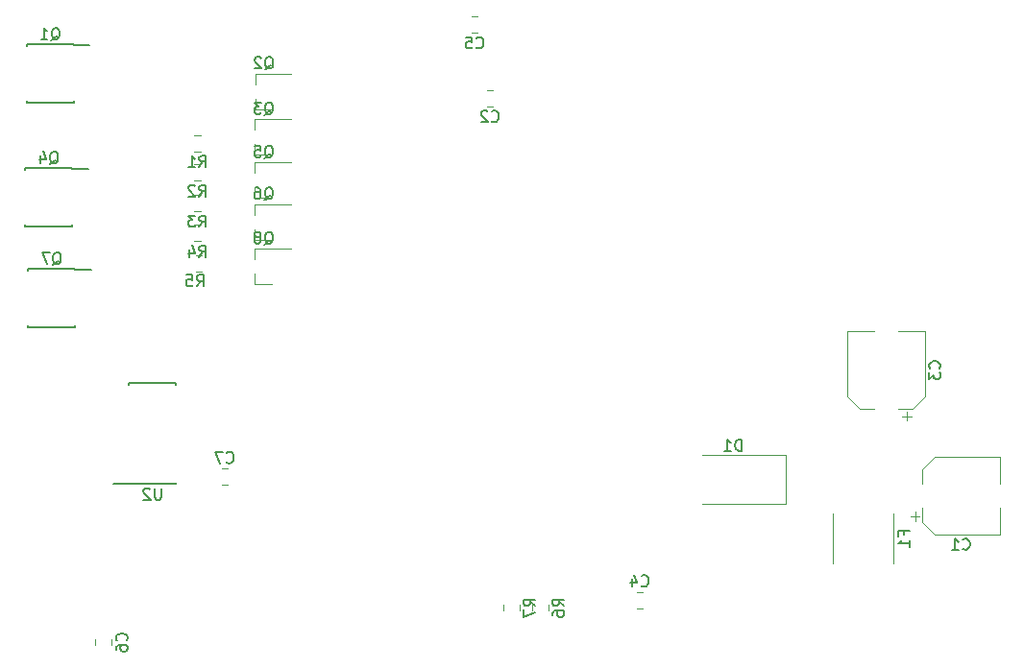
<source format=gbr>
G04 #@! TF.GenerationSoftware,KiCad,Pcbnew,(5.0.1)-3*
G04 #@! TF.CreationDate,2018-11-29T18:52:30+01:00*
G04 #@! TF.ProjectId,Board,426F6172642E6B696361645F70636200,rev?*
G04 #@! TF.SameCoordinates,Original*
G04 #@! TF.FileFunction,Legend,Bot*
G04 #@! TF.FilePolarity,Positive*
%FSLAX46Y46*%
G04 Gerber Fmt 4.6, Leading zero omitted, Abs format (unit mm)*
G04 Created by KiCad (PCBNEW (5.0.1)-3) date 11/29/18 18:52:30*
%MOMM*%
%LPD*%
G01*
G04 APERTURE LIST*
%ADD10C,0.120000*%
%ADD11C,0.150000*%
G04 APERTURE END LIST*
D10*
G04 #@! TO.C,Q3*
X110403590Y-57750878D02*
X111863590Y-57750878D01*
X110403590Y-54590878D02*
X113563590Y-54590878D01*
X110403590Y-54590878D02*
X110403590Y-55520878D01*
X110403590Y-57750878D02*
X110403590Y-56820878D01*
G04 #@! TO.C,Q2*
X110427590Y-53747878D02*
X110427590Y-52817878D01*
X110427590Y-50587878D02*
X110427590Y-51517878D01*
X110427590Y-50587878D02*
X113587590Y-50587878D01*
X110427590Y-53747878D02*
X111887590Y-53747878D01*
G04 #@! TO.C,Q5*
X110403590Y-61560878D02*
X111863590Y-61560878D01*
X110403590Y-58400878D02*
X113563590Y-58400878D01*
X110403590Y-58400878D02*
X110403590Y-59330878D01*
X110403590Y-61560878D02*
X110403590Y-60630878D01*
G04 #@! TO.C,Q6*
X110403590Y-65243878D02*
X110403590Y-64313878D01*
X110403590Y-62083878D02*
X110403590Y-63013878D01*
X110403590Y-62083878D02*
X113563590Y-62083878D01*
X110403590Y-65243878D02*
X111863590Y-65243878D01*
D11*
G04 #@! TO.C,Q4*
X94315590Y-58979878D02*
X95715590Y-58979878D01*
X94315590Y-64079878D02*
X90165590Y-64079878D01*
X94315590Y-58929878D02*
X90165590Y-58929878D01*
X94315590Y-64079878D02*
X94315590Y-63934878D01*
X90165590Y-64079878D02*
X90165590Y-63934878D01*
X90165590Y-58929878D02*
X90165590Y-59074878D01*
X94315590Y-58929878D02*
X94315590Y-58979878D01*
G04 #@! TO.C,Q1*
X94442590Y-48007878D02*
X94442590Y-48057878D01*
X90292590Y-48007878D02*
X90292590Y-48152878D01*
X90292590Y-53157878D02*
X90292590Y-53012878D01*
X94442590Y-53157878D02*
X94442590Y-53012878D01*
X94442590Y-48007878D02*
X90292590Y-48007878D01*
X94442590Y-53157878D02*
X90292590Y-53157878D01*
X94442590Y-48057878D02*
X95842590Y-48057878D01*
G04 #@! TO.C,Q7*
X94569590Y-67819878D02*
X94569590Y-67869878D01*
X90419590Y-67819878D02*
X90419590Y-67964878D01*
X90419590Y-72969878D02*
X90419590Y-72824878D01*
X94569590Y-72969878D02*
X94569590Y-72824878D01*
X94569590Y-67819878D02*
X90419590Y-67819878D01*
X94569590Y-72969878D02*
X90419590Y-72969878D01*
X94569590Y-67869878D02*
X95969590Y-67869878D01*
D10*
G04 #@! TO.C,Q8*
X110403590Y-69180878D02*
X110403590Y-68250878D01*
X110403590Y-66020878D02*
X110403590Y-66950878D01*
X110403590Y-66020878D02*
X113563590Y-66020878D01*
X110403590Y-69180878D02*
X111863590Y-69180878D01*
G04 #@! TO.C,R7*
X132297590Y-97961130D02*
X132297590Y-97438626D01*
X133717590Y-97961130D02*
X133717590Y-97438626D01*
G04 #@! TO.C,R6*
X136257590Y-97961130D02*
X136257590Y-97438626D01*
X134837590Y-97961130D02*
X134837590Y-97438626D01*
G04 #@! TO.C,D1*
X157165590Y-84246878D02*
X157165590Y-88546878D01*
X157165590Y-88546878D02*
X149865590Y-88546878D01*
X157165590Y-84246878D02*
X149865590Y-84246878D01*
G04 #@! TO.C,F1*
X166665590Y-93807630D02*
X166665590Y-89400126D01*
X161325590Y-93807630D02*
X161325590Y-89400126D01*
G04 #@! TO.C,R2*
X105072548Y-60019000D02*
X105595052Y-60019000D01*
X105072548Y-58599000D02*
X105595052Y-58599000D01*
G04 #@! TO.C,R4*
X105072548Y-63933000D02*
X105595052Y-63933000D01*
X105072548Y-65353000D02*
X105595052Y-65353000D01*
G04 #@! TO.C,C5*
X129494648Y-46963400D02*
X130017152Y-46963400D01*
X129494648Y-45543400D02*
X130017152Y-45543400D01*
G04 #@! TO.C,C4*
X144571842Y-97738000D02*
X144049338Y-97738000D01*
X144571842Y-96318000D02*
X144049338Y-96318000D01*
G04 #@! TO.C,C2*
X130841338Y-53451878D02*
X131363842Y-53451878D01*
X130841338Y-52031878D02*
X131363842Y-52031878D01*
G04 #@! TO.C,R1*
X105072548Y-56008200D02*
X105595052Y-56008200D01*
X105072548Y-57428200D02*
X105595052Y-57428200D01*
G04 #@! TO.C,C7*
X107995842Y-85432878D02*
X107473338Y-85432878D01*
X107995842Y-86852878D02*
X107473338Y-86852878D01*
G04 #@! TO.C,C6*
X96356590Y-101009130D02*
X96356590Y-100486626D01*
X97776590Y-101009130D02*
X97776590Y-100486626D01*
G04 #@! TO.C,R5*
X105187338Y-68056878D02*
X105709842Y-68056878D01*
X105187338Y-66636878D02*
X105709842Y-66636878D01*
G04 #@! TO.C,C1*
X168587840Y-90035128D02*
X168587840Y-89247628D01*
X168194090Y-89641378D02*
X168981590Y-89641378D01*
X169221590Y-85448315D02*
X170286027Y-84383878D01*
X169221590Y-90139441D02*
X170286027Y-91203878D01*
X169221590Y-90139441D02*
X169221590Y-88853878D01*
X169221590Y-85448315D02*
X169221590Y-86733878D01*
X170286027Y-84383878D02*
X176041590Y-84383878D01*
X170286027Y-91203878D02*
X176041590Y-91203878D01*
X176041590Y-91203878D02*
X176041590Y-88853878D01*
X176041590Y-84383878D02*
X176041590Y-86733878D01*
G04 #@! TO.C,R3*
X105072548Y-62711400D02*
X105595052Y-62711400D01*
X105072548Y-61291400D02*
X105595052Y-61291400D01*
D11*
G04 #@! TO.C,U2*
X99309590Y-86782878D02*
X99309590Y-86757878D01*
X103459590Y-86782878D02*
X103459590Y-86667878D01*
X103459590Y-77882878D02*
X103459590Y-77997878D01*
X99309590Y-77882878D02*
X99309590Y-77997878D01*
X99309590Y-86782878D02*
X103459590Y-86782878D01*
X99309590Y-77882878D02*
X103459590Y-77882878D01*
X99309590Y-86757878D02*
X97934590Y-86757878D01*
D10*
G04 #@! TO.C,C3*
X162617590Y-73334878D02*
X164967590Y-73334878D01*
X169437590Y-73334878D02*
X167087590Y-73334878D01*
X169437590Y-79090441D02*
X169437590Y-73334878D01*
X162617590Y-79090441D02*
X162617590Y-73334878D01*
X163682027Y-80154878D02*
X164967590Y-80154878D01*
X168373153Y-80154878D02*
X167087590Y-80154878D01*
X168373153Y-80154878D02*
X169437590Y-79090441D01*
X163682027Y-80154878D02*
X162617590Y-79090441D01*
X167875090Y-81182378D02*
X167875090Y-80394878D01*
X168268840Y-80788628D02*
X167481340Y-80788628D01*
G04 #@! TO.C,Q3*
D11*
X111258828Y-54218497D02*
X111354066Y-54170878D01*
X111449304Y-54075639D01*
X111592161Y-53932782D01*
X111687399Y-53885163D01*
X111782637Y-53885163D01*
X111735018Y-54123258D02*
X111830256Y-54075639D01*
X111925494Y-53980401D01*
X111973113Y-53789925D01*
X111973113Y-53456592D01*
X111925494Y-53266116D01*
X111830256Y-53170878D01*
X111735018Y-53123258D01*
X111544542Y-53123258D01*
X111449304Y-53170878D01*
X111354066Y-53266116D01*
X111306447Y-53456592D01*
X111306447Y-53789925D01*
X111354066Y-53980401D01*
X111449304Y-54075639D01*
X111544542Y-54123258D01*
X111735018Y-54123258D01*
X110973113Y-53123258D02*
X110354066Y-53123258D01*
X110687399Y-53504211D01*
X110544542Y-53504211D01*
X110449304Y-53551830D01*
X110401685Y-53599449D01*
X110354066Y-53694687D01*
X110354066Y-53932782D01*
X110401685Y-54028020D01*
X110449304Y-54075639D01*
X110544542Y-54123258D01*
X110830256Y-54123258D01*
X110925494Y-54075639D01*
X110973113Y-54028020D01*
G04 #@! TO.C,Q2*
X111282828Y-50215497D02*
X111378066Y-50167878D01*
X111473304Y-50072639D01*
X111616161Y-49929782D01*
X111711399Y-49882163D01*
X111806637Y-49882163D01*
X111759018Y-50120258D02*
X111854256Y-50072639D01*
X111949494Y-49977401D01*
X111997113Y-49786925D01*
X111997113Y-49453592D01*
X111949494Y-49263116D01*
X111854256Y-49167878D01*
X111759018Y-49120258D01*
X111568542Y-49120258D01*
X111473304Y-49167878D01*
X111378066Y-49263116D01*
X111330447Y-49453592D01*
X111330447Y-49786925D01*
X111378066Y-49977401D01*
X111473304Y-50072639D01*
X111568542Y-50120258D01*
X111759018Y-50120258D01*
X110949494Y-49215497D02*
X110901875Y-49167878D01*
X110806637Y-49120258D01*
X110568542Y-49120258D01*
X110473304Y-49167878D01*
X110425685Y-49215497D01*
X110378066Y-49310735D01*
X110378066Y-49405973D01*
X110425685Y-49548830D01*
X110997113Y-50120258D01*
X110378066Y-50120258D01*
G04 #@! TO.C,Q5*
X111258828Y-58028497D02*
X111354066Y-57980878D01*
X111449304Y-57885639D01*
X111592161Y-57742782D01*
X111687399Y-57695163D01*
X111782637Y-57695163D01*
X111735018Y-57933258D02*
X111830256Y-57885639D01*
X111925494Y-57790401D01*
X111973113Y-57599925D01*
X111973113Y-57266592D01*
X111925494Y-57076116D01*
X111830256Y-56980878D01*
X111735018Y-56933258D01*
X111544542Y-56933258D01*
X111449304Y-56980878D01*
X111354066Y-57076116D01*
X111306447Y-57266592D01*
X111306447Y-57599925D01*
X111354066Y-57790401D01*
X111449304Y-57885639D01*
X111544542Y-57933258D01*
X111735018Y-57933258D01*
X110401685Y-56933258D02*
X110877875Y-56933258D01*
X110925494Y-57409449D01*
X110877875Y-57361830D01*
X110782637Y-57314211D01*
X110544542Y-57314211D01*
X110449304Y-57361830D01*
X110401685Y-57409449D01*
X110354066Y-57504687D01*
X110354066Y-57742782D01*
X110401685Y-57838020D01*
X110449304Y-57885639D01*
X110544542Y-57933258D01*
X110782637Y-57933258D01*
X110877875Y-57885639D01*
X110925494Y-57838020D01*
G04 #@! TO.C,Q6*
X111258828Y-61711497D02*
X111354066Y-61663878D01*
X111449304Y-61568639D01*
X111592161Y-61425782D01*
X111687399Y-61378163D01*
X111782637Y-61378163D01*
X111735018Y-61616258D02*
X111830256Y-61568639D01*
X111925494Y-61473401D01*
X111973113Y-61282925D01*
X111973113Y-60949592D01*
X111925494Y-60759116D01*
X111830256Y-60663878D01*
X111735018Y-60616258D01*
X111544542Y-60616258D01*
X111449304Y-60663878D01*
X111354066Y-60759116D01*
X111306447Y-60949592D01*
X111306447Y-61282925D01*
X111354066Y-61473401D01*
X111449304Y-61568639D01*
X111544542Y-61616258D01*
X111735018Y-61616258D01*
X110449304Y-60616258D02*
X110639780Y-60616258D01*
X110735018Y-60663878D01*
X110782637Y-60711497D01*
X110877875Y-60854354D01*
X110925494Y-61044830D01*
X110925494Y-61425782D01*
X110877875Y-61521020D01*
X110830256Y-61568639D01*
X110735018Y-61616258D01*
X110544542Y-61616258D01*
X110449304Y-61568639D01*
X110401685Y-61521020D01*
X110354066Y-61425782D01*
X110354066Y-61187687D01*
X110401685Y-61092449D01*
X110449304Y-61044830D01*
X110544542Y-60997211D01*
X110735018Y-60997211D01*
X110830256Y-61044830D01*
X110877875Y-61092449D01*
X110925494Y-61187687D01*
G04 #@! TO.C,Q4*
X92335828Y-58552497D02*
X92431066Y-58504878D01*
X92526304Y-58409639D01*
X92669161Y-58266782D01*
X92764399Y-58219163D01*
X92859637Y-58219163D01*
X92812018Y-58457258D02*
X92907256Y-58409639D01*
X93002494Y-58314401D01*
X93050113Y-58123925D01*
X93050113Y-57790592D01*
X93002494Y-57600116D01*
X92907256Y-57504878D01*
X92812018Y-57457258D01*
X92621542Y-57457258D01*
X92526304Y-57504878D01*
X92431066Y-57600116D01*
X92383447Y-57790592D01*
X92383447Y-58123925D01*
X92431066Y-58314401D01*
X92526304Y-58409639D01*
X92621542Y-58457258D01*
X92812018Y-58457258D01*
X91526304Y-57790592D02*
X91526304Y-58457258D01*
X91764399Y-57409639D02*
X92002494Y-58123925D01*
X91383447Y-58123925D01*
G04 #@! TO.C,Q1*
X92462828Y-47630497D02*
X92558066Y-47582878D01*
X92653304Y-47487639D01*
X92796161Y-47344782D01*
X92891399Y-47297163D01*
X92986637Y-47297163D01*
X92939018Y-47535258D02*
X93034256Y-47487639D01*
X93129494Y-47392401D01*
X93177113Y-47201925D01*
X93177113Y-46868592D01*
X93129494Y-46678116D01*
X93034256Y-46582878D01*
X92939018Y-46535258D01*
X92748542Y-46535258D01*
X92653304Y-46582878D01*
X92558066Y-46678116D01*
X92510447Y-46868592D01*
X92510447Y-47201925D01*
X92558066Y-47392401D01*
X92653304Y-47487639D01*
X92748542Y-47535258D01*
X92939018Y-47535258D01*
X91558066Y-47535258D02*
X92129494Y-47535258D01*
X91843780Y-47535258D02*
X91843780Y-46535258D01*
X91939018Y-46678116D01*
X92034256Y-46773354D01*
X92129494Y-46820973D01*
G04 #@! TO.C,Q7*
X92589828Y-67442497D02*
X92685066Y-67394878D01*
X92780304Y-67299639D01*
X92923161Y-67156782D01*
X93018399Y-67109163D01*
X93113637Y-67109163D01*
X93066018Y-67347258D02*
X93161256Y-67299639D01*
X93256494Y-67204401D01*
X93304113Y-67013925D01*
X93304113Y-66680592D01*
X93256494Y-66490116D01*
X93161256Y-66394878D01*
X93066018Y-66347258D01*
X92875542Y-66347258D01*
X92780304Y-66394878D01*
X92685066Y-66490116D01*
X92637447Y-66680592D01*
X92637447Y-67013925D01*
X92685066Y-67204401D01*
X92780304Y-67299639D01*
X92875542Y-67347258D01*
X93066018Y-67347258D01*
X92304113Y-66347258D02*
X91637447Y-66347258D01*
X92066018Y-67347258D01*
G04 #@! TO.C,Q8*
X111258828Y-65648497D02*
X111354066Y-65600878D01*
X111449304Y-65505639D01*
X111592161Y-65362782D01*
X111687399Y-65315163D01*
X111782637Y-65315163D01*
X111735018Y-65553258D02*
X111830256Y-65505639D01*
X111925494Y-65410401D01*
X111973113Y-65219925D01*
X111973113Y-64886592D01*
X111925494Y-64696116D01*
X111830256Y-64600878D01*
X111735018Y-64553258D01*
X111544542Y-64553258D01*
X111449304Y-64600878D01*
X111354066Y-64696116D01*
X111306447Y-64886592D01*
X111306447Y-65219925D01*
X111354066Y-65410401D01*
X111449304Y-65505639D01*
X111544542Y-65553258D01*
X111735018Y-65553258D01*
X110735018Y-64981830D02*
X110830256Y-64934211D01*
X110877875Y-64886592D01*
X110925494Y-64791354D01*
X110925494Y-64743735D01*
X110877875Y-64648497D01*
X110830256Y-64600878D01*
X110735018Y-64553258D01*
X110544542Y-64553258D01*
X110449304Y-64600878D01*
X110401685Y-64648497D01*
X110354066Y-64743735D01*
X110354066Y-64791354D01*
X110401685Y-64886592D01*
X110449304Y-64934211D01*
X110544542Y-64981830D01*
X110735018Y-64981830D01*
X110830256Y-65029449D01*
X110877875Y-65077068D01*
X110925494Y-65172306D01*
X110925494Y-65362782D01*
X110877875Y-65458020D01*
X110830256Y-65505639D01*
X110735018Y-65553258D01*
X110544542Y-65553258D01*
X110449304Y-65505639D01*
X110401685Y-65458020D01*
X110354066Y-65362782D01*
X110354066Y-65172306D01*
X110401685Y-65077068D01*
X110449304Y-65029449D01*
X110544542Y-64981830D01*
G04 #@! TO.C,R7*
X135109970Y-97533211D02*
X134633780Y-97199878D01*
X135109970Y-96961782D02*
X134109970Y-96961782D01*
X134109970Y-97342735D01*
X134157590Y-97437973D01*
X134205209Y-97485592D01*
X134300447Y-97533211D01*
X134443304Y-97533211D01*
X134538542Y-97485592D01*
X134586161Y-97437973D01*
X134633780Y-97342735D01*
X134633780Y-96961782D01*
X134109970Y-97866544D02*
X134109970Y-98533211D01*
X135109970Y-98104639D01*
G04 #@! TO.C,R6*
X137649970Y-97533211D02*
X137173780Y-97199878D01*
X137649970Y-96961782D02*
X136649970Y-96961782D01*
X136649970Y-97342735D01*
X136697590Y-97437973D01*
X136745209Y-97485592D01*
X136840447Y-97533211D01*
X136983304Y-97533211D01*
X137078542Y-97485592D01*
X137126161Y-97437973D01*
X137173780Y-97342735D01*
X137173780Y-96961782D01*
X136649970Y-98390354D02*
X136649970Y-98199878D01*
X136697590Y-98104639D01*
X136745209Y-98057020D01*
X136888066Y-97961782D01*
X137078542Y-97914163D01*
X137459494Y-97914163D01*
X137554732Y-97961782D01*
X137602351Y-98009401D01*
X137649970Y-98104639D01*
X137649970Y-98295116D01*
X137602351Y-98390354D01*
X137554732Y-98437973D01*
X137459494Y-98485592D01*
X137221399Y-98485592D01*
X137126161Y-98437973D01*
X137078542Y-98390354D01*
X137030923Y-98295116D01*
X137030923Y-98104639D01*
X137078542Y-98009401D01*
X137126161Y-97961782D01*
X137221399Y-97914163D01*
G04 #@! TO.C,D1*
X153303685Y-83849258D02*
X153303685Y-82849258D01*
X153065590Y-82849258D01*
X152922732Y-82896878D01*
X152827494Y-82992116D01*
X152779875Y-83087354D01*
X152732256Y-83277830D01*
X152732256Y-83420687D01*
X152779875Y-83611163D01*
X152827494Y-83706401D01*
X152922732Y-83801639D01*
X153065590Y-83849258D01*
X153303685Y-83849258D01*
X151779875Y-83849258D02*
X152351304Y-83849258D01*
X152065590Y-83849258D02*
X152065590Y-82849258D01*
X152160828Y-82992116D01*
X152256066Y-83087354D01*
X152351304Y-83134973D01*
G04 #@! TO.C,F1*
X167604161Y-91270544D02*
X167604161Y-90937211D01*
X168127970Y-90937211D02*
X167127970Y-90937211D01*
X167127970Y-91413401D01*
X168127970Y-92318163D02*
X168127970Y-91746735D01*
X168127970Y-92032449D02*
X167127970Y-92032449D01*
X167270828Y-91937211D01*
X167366066Y-91841973D01*
X167413685Y-91746735D01*
G04 #@! TO.C,R2*
X105500466Y-61411380D02*
X105833800Y-60935190D01*
X106071895Y-61411380D02*
X106071895Y-60411380D01*
X105690942Y-60411380D01*
X105595704Y-60459000D01*
X105548085Y-60506619D01*
X105500466Y-60601857D01*
X105500466Y-60744714D01*
X105548085Y-60839952D01*
X105595704Y-60887571D01*
X105690942Y-60935190D01*
X106071895Y-60935190D01*
X105119514Y-60506619D02*
X105071895Y-60459000D01*
X104976657Y-60411380D01*
X104738561Y-60411380D01*
X104643323Y-60459000D01*
X104595704Y-60506619D01*
X104548085Y-60601857D01*
X104548085Y-60697095D01*
X104595704Y-60839952D01*
X105167133Y-61411380D01*
X104548085Y-61411380D01*
G04 #@! TO.C,R4*
X105500466Y-66745380D02*
X105833800Y-66269190D01*
X106071895Y-66745380D02*
X106071895Y-65745380D01*
X105690942Y-65745380D01*
X105595704Y-65793000D01*
X105548085Y-65840619D01*
X105500466Y-65935857D01*
X105500466Y-66078714D01*
X105548085Y-66173952D01*
X105595704Y-66221571D01*
X105690942Y-66269190D01*
X106071895Y-66269190D01*
X104643323Y-66078714D02*
X104643323Y-66745380D01*
X104881419Y-65697761D02*
X105119514Y-66412047D01*
X104500466Y-66412047D01*
G04 #@! TO.C,C5*
X129922566Y-48260542D02*
X129970185Y-48308161D01*
X130113042Y-48355780D01*
X130208280Y-48355780D01*
X130351138Y-48308161D01*
X130446376Y-48212923D01*
X130493995Y-48117685D01*
X130541614Y-47927209D01*
X130541614Y-47784352D01*
X130493995Y-47593876D01*
X130446376Y-47498638D01*
X130351138Y-47403400D01*
X130208280Y-47355780D01*
X130113042Y-47355780D01*
X129970185Y-47403400D01*
X129922566Y-47451019D01*
X129017804Y-47355780D02*
X129493995Y-47355780D01*
X129541614Y-47831971D01*
X129493995Y-47784352D01*
X129398757Y-47736733D01*
X129160661Y-47736733D01*
X129065423Y-47784352D01*
X129017804Y-47831971D01*
X128970185Y-47927209D01*
X128970185Y-48165304D01*
X129017804Y-48260542D01*
X129065423Y-48308161D01*
X129160661Y-48355780D01*
X129398757Y-48355780D01*
X129493995Y-48308161D01*
X129541614Y-48260542D01*
G04 #@! TO.C,C4*
X144477256Y-95735142D02*
X144524875Y-95782761D01*
X144667732Y-95830380D01*
X144762970Y-95830380D01*
X144905828Y-95782761D01*
X145001066Y-95687523D01*
X145048685Y-95592285D01*
X145096304Y-95401809D01*
X145096304Y-95258952D01*
X145048685Y-95068476D01*
X145001066Y-94973238D01*
X144905828Y-94878000D01*
X144762970Y-94830380D01*
X144667732Y-94830380D01*
X144524875Y-94878000D01*
X144477256Y-94925619D01*
X143620113Y-95163714D02*
X143620113Y-95830380D01*
X143858209Y-94782761D02*
X144096304Y-95497047D01*
X143477256Y-95497047D01*
G04 #@! TO.C,C2*
X131269256Y-54749020D02*
X131316875Y-54796639D01*
X131459732Y-54844258D01*
X131554970Y-54844258D01*
X131697828Y-54796639D01*
X131793066Y-54701401D01*
X131840685Y-54606163D01*
X131888304Y-54415687D01*
X131888304Y-54272830D01*
X131840685Y-54082354D01*
X131793066Y-53987116D01*
X131697828Y-53891878D01*
X131554970Y-53844258D01*
X131459732Y-53844258D01*
X131316875Y-53891878D01*
X131269256Y-53939497D01*
X130888304Y-53939497D02*
X130840685Y-53891878D01*
X130745447Y-53844258D01*
X130507351Y-53844258D01*
X130412113Y-53891878D01*
X130364494Y-53939497D01*
X130316875Y-54034735D01*
X130316875Y-54129973D01*
X130364494Y-54272830D01*
X130935923Y-54844258D01*
X130316875Y-54844258D01*
G04 #@! TO.C,R1*
X105500466Y-58820580D02*
X105833800Y-58344390D01*
X106071895Y-58820580D02*
X106071895Y-57820580D01*
X105690942Y-57820580D01*
X105595704Y-57868200D01*
X105548085Y-57915819D01*
X105500466Y-58011057D01*
X105500466Y-58153914D01*
X105548085Y-58249152D01*
X105595704Y-58296771D01*
X105690942Y-58344390D01*
X106071895Y-58344390D01*
X104548085Y-58820580D02*
X105119514Y-58820580D01*
X104833800Y-58820580D02*
X104833800Y-57820580D01*
X104929038Y-57963438D01*
X105024276Y-58058676D01*
X105119514Y-58106295D01*
G04 #@! TO.C,C7*
X107901256Y-84850020D02*
X107948875Y-84897639D01*
X108091732Y-84945258D01*
X108186970Y-84945258D01*
X108329828Y-84897639D01*
X108425066Y-84802401D01*
X108472685Y-84707163D01*
X108520304Y-84516687D01*
X108520304Y-84373830D01*
X108472685Y-84183354D01*
X108425066Y-84088116D01*
X108329828Y-83992878D01*
X108186970Y-83945258D01*
X108091732Y-83945258D01*
X107948875Y-83992878D01*
X107901256Y-84040497D01*
X107567923Y-83945258D02*
X106901256Y-83945258D01*
X107329828Y-84945258D01*
G04 #@! TO.C,C6*
X99073732Y-100581211D02*
X99121351Y-100533592D01*
X99168970Y-100390735D01*
X99168970Y-100295497D01*
X99121351Y-100152639D01*
X99026113Y-100057401D01*
X98930875Y-100009782D01*
X98740399Y-99962163D01*
X98597542Y-99962163D01*
X98407066Y-100009782D01*
X98311828Y-100057401D01*
X98216590Y-100152639D01*
X98168970Y-100295497D01*
X98168970Y-100390735D01*
X98216590Y-100533592D01*
X98264209Y-100581211D01*
X98168970Y-101438354D02*
X98168970Y-101247878D01*
X98216590Y-101152639D01*
X98264209Y-101105020D01*
X98407066Y-101009782D01*
X98597542Y-100962163D01*
X98978494Y-100962163D01*
X99073732Y-101009782D01*
X99121351Y-101057401D01*
X99168970Y-101152639D01*
X99168970Y-101343116D01*
X99121351Y-101438354D01*
X99073732Y-101485973D01*
X98978494Y-101533592D01*
X98740399Y-101533592D01*
X98645161Y-101485973D01*
X98597542Y-101438354D01*
X98549923Y-101343116D01*
X98549923Y-101152639D01*
X98597542Y-101057401D01*
X98645161Y-101009782D01*
X98740399Y-100962163D01*
G04 #@! TO.C,R5*
X105285056Y-69335958D02*
X105618390Y-68859768D01*
X105856485Y-69335958D02*
X105856485Y-68335958D01*
X105475532Y-68335958D01*
X105380294Y-68383578D01*
X105332675Y-68431197D01*
X105285056Y-68526435D01*
X105285056Y-68669292D01*
X105332675Y-68764530D01*
X105380294Y-68812149D01*
X105475532Y-68859768D01*
X105856485Y-68859768D01*
X104380294Y-68335958D02*
X104856485Y-68335958D01*
X104904104Y-68812149D01*
X104856485Y-68764530D01*
X104761247Y-68716911D01*
X104523151Y-68716911D01*
X104427913Y-68764530D01*
X104380294Y-68812149D01*
X104332675Y-68907387D01*
X104332675Y-69145482D01*
X104380294Y-69240720D01*
X104427913Y-69288339D01*
X104523151Y-69335958D01*
X104761247Y-69335958D01*
X104856485Y-69288339D01*
X104904104Y-69240720D01*
G04 #@! TO.C,C1*
X172798256Y-92501020D02*
X172845875Y-92548639D01*
X172988732Y-92596258D01*
X173083970Y-92596258D01*
X173226828Y-92548639D01*
X173322066Y-92453401D01*
X173369685Y-92358163D01*
X173417304Y-92167687D01*
X173417304Y-92024830D01*
X173369685Y-91834354D01*
X173322066Y-91739116D01*
X173226828Y-91643878D01*
X173083970Y-91596258D01*
X172988732Y-91596258D01*
X172845875Y-91643878D01*
X172798256Y-91691497D01*
X171845875Y-92596258D02*
X172417304Y-92596258D01*
X172131590Y-92596258D02*
X172131590Y-91596258D01*
X172226828Y-91739116D01*
X172322066Y-91834354D01*
X172417304Y-91881973D01*
G04 #@! TO.C,R3*
X105500466Y-64103780D02*
X105833800Y-63627590D01*
X106071895Y-64103780D02*
X106071895Y-63103780D01*
X105690942Y-63103780D01*
X105595704Y-63151400D01*
X105548085Y-63199019D01*
X105500466Y-63294257D01*
X105500466Y-63437114D01*
X105548085Y-63532352D01*
X105595704Y-63579971D01*
X105690942Y-63627590D01*
X106071895Y-63627590D01*
X105167133Y-63103780D02*
X104548085Y-63103780D01*
X104881419Y-63484733D01*
X104738561Y-63484733D01*
X104643323Y-63532352D01*
X104595704Y-63579971D01*
X104548085Y-63675209D01*
X104548085Y-63913304D01*
X104595704Y-64008542D01*
X104643323Y-64056161D01*
X104738561Y-64103780D01*
X105024276Y-64103780D01*
X105119514Y-64056161D01*
X105167133Y-64008542D01*
G04 #@! TO.C,U2*
X102146494Y-87160258D02*
X102146494Y-87969782D01*
X102098875Y-88065020D01*
X102051256Y-88112639D01*
X101956018Y-88160258D01*
X101765542Y-88160258D01*
X101670304Y-88112639D01*
X101622685Y-88065020D01*
X101575066Y-87969782D01*
X101575066Y-87160258D01*
X101146494Y-87255497D02*
X101098875Y-87207878D01*
X101003637Y-87160258D01*
X100765542Y-87160258D01*
X100670304Y-87207878D01*
X100622685Y-87255497D01*
X100575066Y-87350735D01*
X100575066Y-87445973D01*
X100622685Y-87588830D01*
X101194113Y-88160258D01*
X100575066Y-88160258D01*
G04 #@! TO.C,C3*
X170734732Y-76578211D02*
X170782351Y-76530592D01*
X170829970Y-76387735D01*
X170829970Y-76292497D01*
X170782351Y-76149639D01*
X170687113Y-76054401D01*
X170591875Y-76006782D01*
X170401399Y-75959163D01*
X170258542Y-75959163D01*
X170068066Y-76006782D01*
X169972828Y-76054401D01*
X169877590Y-76149639D01*
X169829970Y-76292497D01*
X169829970Y-76387735D01*
X169877590Y-76530592D01*
X169925209Y-76578211D01*
X169829970Y-76911544D02*
X169829970Y-77530592D01*
X170210923Y-77197258D01*
X170210923Y-77340116D01*
X170258542Y-77435354D01*
X170306161Y-77482973D01*
X170401399Y-77530592D01*
X170639494Y-77530592D01*
X170734732Y-77482973D01*
X170782351Y-77435354D01*
X170829970Y-77340116D01*
X170829970Y-77054401D01*
X170782351Y-76959163D01*
X170734732Y-76911544D01*
G04 #@! TD*
M02*

</source>
